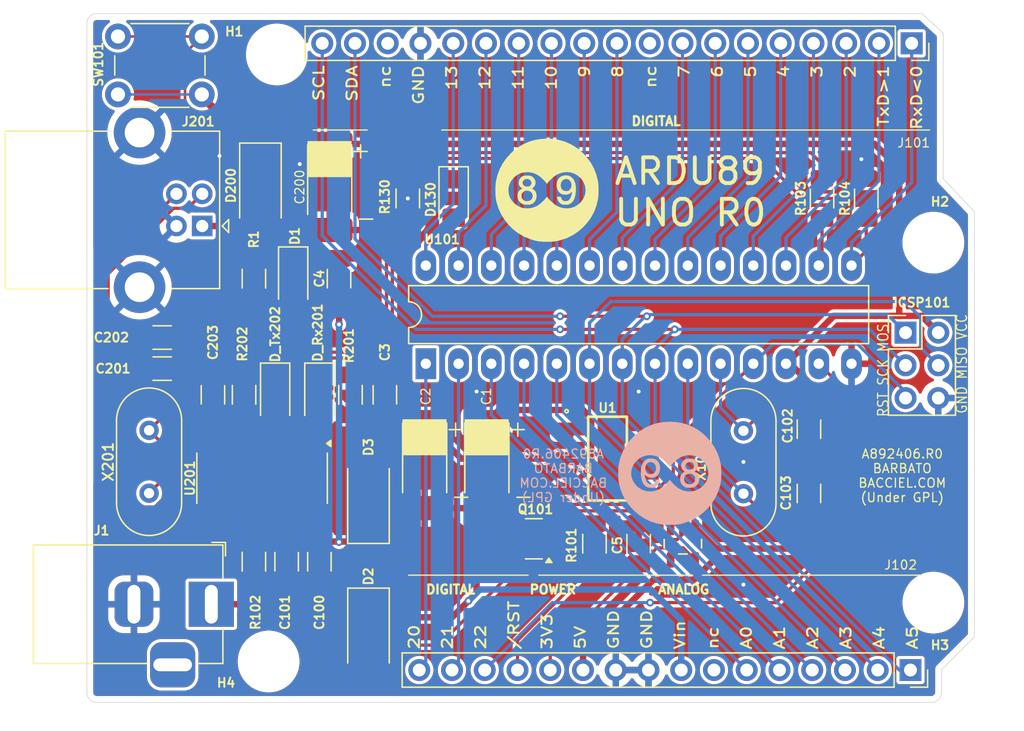
<source format=kicad_pcb>
(kicad_pcb (version 20240108) (generator "pcbnew") (generator_version "8.0")
  (title_block (title "Fifth Kind") (date "2024-05-21") (rev "0") (company "Lycée Champollion, Lattes") (comment 1 "FK2405"))
  (layers (0 "F.Cu" signal) (31 "B.Cu" signal) (34 "B.Paste" user) (35 "F.Paste" user) (36 "B.SilkS" user "B.Silkscreen") (37 "F.SilkS" user "F.Silkscreen") (38 "B.Mask" user) (39 "F.Mask" user) (44 "Edge.Cuts" user))
  (net 0 "")
  (net 1 "VCC")
  (net 2 "GND")
  (net 3 "/RESET")
  (net 4 "/DTR")
  (net 5 "Net-(U201-XI)")
  (net 6 "Net-(U201-V3)")
  (net 7 "Net-(U201-XO)")
  (net 8 "/D9")
  (net 9 "/D13")
  (net 10 "/D12")
  (net 11 "/D8")
  (net 12 "/D10")
  (net 13 "/D11")
  (net 14 "/D7")
  (net 15 "/D1")
  (net 16 "/D0")
  (net 17 "/D5")
  (net 18 "/D4")
  (net 19 "/D6")
  (net 20 "/D2")
  (net 21 "/D3")
  (net 22 "/A2")
  (net 23 "/A3")
  (net 24 "/A1")
  (net 25 "/A0")
  (net 26 "/D+")
  (net 27 "/D-")
  (net 28 "/Tx")
  (net 29 "/Rx")
  (net 36 "/D21")
  (net 37 "/D20")
  (net 38 "/D22")
  (net 39 "/3.3V")
  (net 40 "Net-(D3-A)")
  (net 41 "Net-(U101-(XT1{slash}TxD3{slash}ADC7)_P1.7)")
  (net 42 "Net-(U101-(XT2{slash}RxD3{slash}ADC6)_P1.6)")
  (net 43 "/A4_SDA")
  (net 44 "/A5_SCL")
  (net 45 "Net-(D1-A)")
  (net 46 "Net-(D200-A)")
  (net 48 "/Vin")
  (net 49 "Net-(D2-A)")
  (net 50 "Net-(D130-K)")
  (net 51 "/{slash}RST")
  (net 52 "Net-(Q101-B)")
  (net 55 "Net-(D_Rx201-K)")
  (net 56 "Net-(D_Tx201-K)")
  (footprint "Crystal:Crystal_HC49-4H_Vertical" (layer "F.Cu") (at 128.28 109.691 -90)
    (property "Reference" "X201")
    (property "Value" "12MHz")
  )
  (footprint "BACKCIEL:Ardu89_Uno_Analog_Power_Connector" (layer "F.Cu") (at 187.335 128.397 -90)
    (property "Reference" "J102")
    (property "Value" "Conn_01x16" (hide yes))
  )
  (footprint "Resistor_SMD:R_1206_3216Metric_Pad1.30x1.75mm_HandSolder" (layer "F.Cu") (at 162.824 118.491 -90)
    (property "Reference" "R101")
    (property "Value" "1k")
  )
  (footprint "Resistor_SMD:R_1206_3216Metric_Pad1.30x1.75mm_HandSolder" (layer "F.Cu") (at 183.906 91.694 90)
    (property "Reference" "R104")
    (property "Value" "1K")
  )
  (footprint "Package_TO_SOT_SMD:SOT-23" (layer "F.Cu") (at 158.125 118.11 180)
    (property "Reference" "Q101")
    (property "Value" "BC856")
  )
  (footprint "Button_Switch_THT:SW_PUSH_6mm" (layer "F.Cu") (at 125.867 79.121)
    (property "Reference" "SW101")
    (property "Value" "SW_Push")
  )
  (footprint "MountingHole:MountingHole_4.3mm_M4_DIN965" (layer "F.Cu") (at 189.113 95.123)
    (property "Reference" "H2")
    (property "Value" "MountingHole")
  )
  (footprint "Crystal:Crystal_HC49-4H_Vertical" (layer "F.Cu") (at 174.381 109.728 -90)
    (property "Reference" "X101")
    (property "Value" "11.0592MHz")
  )
  (footprint "Diode_SMD:D_MELF" (layer "F.Cu") (at 136.916 90.805 -90)
    (property "Reference" "D200")
    (property "Value" "SN4007")
  )
  (footprint "PRJ:SOT95P280X145-5N" (layer "F.Cu") (at 169.682 118.491 -90)
    (property "Reference" "U2")
    (property "Value" "LP2985-33DBVR")
  )
  (footprint "MountingHole:MountingHole_4.3mm_M4_DIN965" (layer "F.Cu") (at 189.113 123.063)
    (property "Reference" "H3")
    (property "Value" "MountingHole")
  )
  (footprint "Package_SO:SOIC-16_3.9x9.9mm_P1.27mm" (layer "F.Cu") (at 137.043 113.411 -90)
    (property "Reference" "U201")
    (property "Value" "CH340G")
  )
  (footprint "BACKCIEL:Ardu89_Uno_Digital_Connector" (layer "F.Cu") (at 187.325 79.629 -90)
    (property "Reference" "J101")
    (property "Value" "Conn_01x19")
  )
  (footprint "Capacitor_SMD:C_1206_3216Metric_Pad1.33x1.80mm_HandSolder" (layer "F.Cu") (at 138.948 119.888 90)
    (property "Reference" "C101")
    (property "Value" "0.1µ")
  )
  (footprint "Resistor_SMD:R_1206_3216Metric_Pad1.30x1.75mm_HandSolder" (layer "F.Cu") (at 136.408 97.917 -90)
    (property "Reference" "R1")
    (property "Value" "510")
  )
  (footprint "Resistor_SMD:R_1206_3216Metric_Pad1.30x1.75mm_HandSolder" (layer "F.Cu") (at 135.646 106.934 90)
    (property "Reference" "R202")
    (property "Value" "510")
  )
  (footprint "Diode_SMD:D_MELF" (layer "F.Cu") (at 145.298 115.062 90)
    (property "Reference" "D3")
    (property "Value" "SN4007")
  )
  (footprint "Package_DIP:DIP-28_W7.62mm_LongPads" (layer "F.Cu") (at 149.743 104.521 90)
    (property "Reference" "U101")
    (property "Value" "STC15C2K16/32-DIP28")
  )
  (footprint "Capacitor_SMD:C_1206_3216Metric_Pad1.33x1.80mm_HandSolder" (layer "F.Cu") (at 141.488 119.888 -90)
    (property "Reference" "C100")
    (property "Value" "0.1µ")
  )
  (footprint "Capacitor_SMD:C_1206_3216Metric_Pad1.33x1.80mm_HandSolder" (layer "F.Cu") (at 129.296 102.489 180)
    (property "Reference" "C202")
    (property "Value" "27p")
  )
  (footprint "BACKCIEL:C_2512_Pol_Tantale_Trainning" (layer "F.Cu") (at 154.315 112.396875 -90)
    (property "Reference" "C1")
    (property "Value" "10uF")
  )
  (footprint "Diode_SMD:D_1206_3216Metric_Pad1.42x1.75mm_HandSolder" (layer "F.Cu") (at 139.456 97.917 -90)
    (property "Reference" "D1")
    (property "Value" "LED")
  )
  (footprint "Connector_PinHeader_2.54mm:PinHeader_2x03_P2.54mm_Vertical" (layer "F.Cu") (at 186.954 102.108)
    (property "Reference" "ICSP101")
    (property "Value" "M20-9980346")
  )
  (footprint "Resistor_SMD:R_1206_3216Metric_Pad1.30x1.75mm_HandSolder" (layer "F.Cu") (at 136.408 119.888 90)
    (property "Reference" "R102")
    (property "Value" "10K")
  )
  (footprint "Diode_SMD:D_1206_3216Metric_Pad1.42x1.75mm_HandSolder" (layer "F.Cu") (at 151.902 91.694 -90)
    (property "Reference" "D130")
    (property "Value" "LED BUILTIN")
  )
  (footprint "Diode_SMD:D_1206_3216Metric_Pad1.42x1.75mm_HandSolder" (layer "F.Cu") (at 141.488 106.934 -90)
    (property "Reference" "D_Rx201")
    (property "Value" "Rx LED")
  )
  (footprint "Resistor_SMD:R_1206_3216Metric_Pad1.30x1.75mm_HandSolder" (layer "F.Cu") (at 180.477 91.694 90)
    (property "Reference" "R103")
    (property "Value" "1K")
  )
  (footprint "Diode_SMD:D_1206_3216Metric_Pad1.42x1.75mm_HandSolder" (layer "F.Cu") (at 138.059 106.934 -90)
    (property "Reference" "D_Tx202")
    (property "Value" "Tx LED")
  )
  (footprint "Diode_SMD:D_MELF" (layer "F.Cu") (at 145.298 125.349 -90)
    (property "Reference" "D2")
    (property "Value" "SN4007")
  )
  (footprint "Capacitor_SMD:C_1206_3216Metric_Pad1.33x1.80mm_HandSolder" (layer "F.Cu") (at 179.461 109.601 -90)
    (property "Reference" "C102")
    (property "Value" "22p")
  )
  (footprint "Capacitor_SMD:C_1206_3216Metric_Pad1.33x1.80mm_HandSolder" (layer "F.Cu") (at 133.233 106.934 90)
    (property "Reference" "C203")
    (property "Value" "0.1µ")
  )
  (footprint "PRJ:ardu89_logo_8mmx8mm" (layer "F.Cu") (at 159.141 91.059)
    (property "Reference" "G***" (hide yes))
    (property "Value" "LOGO" (hide yes))
  )
  (footprint "BACKCIEL:C_2512_Pol_Tantale_Trainning" (layer "F.Cu") (at 149.489 112.395 -90)
    (property "Reference" "C2")
    (property "Value" "47uF")
  )
  (footprint "Capacitor_SMD:C_1206_3216Metric_Pad1.33x1.80mm_HandSolder" (layer "F.Cu") (at 129.296 104.902 180)
    (property "Reference" "C201")
    (property "Value" "27p")
  )
  (footprint "Resistor_SMD:R_1206_3216Metric_Pad1.30x1.75mm_HandSolder" (layer "F.Cu") (at 148.346 91.694 -90)
    (property "Reference" "R130")
    (property "Value" "510")
  )
  (footprint "LD1117S50TR:SOT230P700X180-4N" (layer "F.Cu") (at 163.84 111.887)
    (property "Reference" "U1")
    (property "Value" "LD1117S50TR")
  )
  (footprint "Capacitor_SMD:C_1206_3216Metric_Pad1.33x1.80mm_HandSolder" (layer "F.Cu") (at 179.461 114.591 90)
    (property "Reference" "C103")
    (property "Value" "22p")
  )
  (footprint "BACKCIEL:C_2512_Pol_Tantale_Trainning" (layer "F.Cu") (at 142.123 90.805 -90)
    (property "Reference" "C200")
    (property "Value" "1µ")
  )
  (footprint "Resistor_SMD:R_1206_3216Metric_Pad1.30x1.75mm_HandSolder" (layer "F.Cu") (at 143.901 106.934 90)
    (property "Reference" "R201")
    (property "Value" "510")
  )
  (footprint "Capacitor_SMD:C_1206_3216Metric_Pad1.33x1.80mm_HandSolder" (layer "F.Cu") (at 166.253 118.491 90)
    (property "Reference" "C5")
    (property "Value" "100n")
  )
  (footprint "MountingHole:MountingHole_4.3mm_M4_DIN965" (layer "F.Cu") (at 138.186 80.518)
    (property "Reference" "H1")
    (property "Value" "Mounting Hole 4.3mm")
  )
  (footprint "Connector_USB:USB_B_Lumberg_2411_02_Horizontal" (layer "F.Cu") (at 132.4005 93.833 180)
    (property "Reference" "J201")
    (property "Value" "USB_TYPE_B")
  )
  (footprint "Capacitor_SMD:C_1206_3216Metric_Pad1.33x1.80mm_HandSolder" (layer "F.Cu") (at 146.568 106.934 90)
    (property "Reference" "C3")
    (property "Value" "0.1 uF")
  )
  (footprint "MountingHole:MountingHole_4.3mm_M4_DIN965" (layer "F.Cu") (at 137.551 127.635)
    (property "Reference" "H4")
    (property "Value" "MountingHole")
  )
  (footprint "Connector_BarrelJack:BarrelJack_Horizontal" (layer "F.Cu") (at 133.106 123.19)
    (property "Reference" "J1")
    (property "Value" "Jack-DC")
  )
  (footprint "Capacitor_SMD:C_1206_3216Metric_Pad1.33x1.80mm_HandSolder" (layer "F.Cu") (at 143.012 97.917 90)
    (property "Reference" "C4")
    (property "Value" "100n")
  )
  (footprint "PRJ:ardu89_logo_8mmx8mm" (layer "B.Cu") (at 168.666 113.03 180)
    (property "Reference" "G***" (hide yes))
    (property "Value" "LOGO" (hide yes))
  )
  (gr_line (start 189.748 128.27) (end 189.748 130.048) (stroke (width 0.05)) (layer "Edge.Cuts"))
  (gr_arc (start 189.748 130.048) (mid 189.511464 130.58823) (end 188.96512 130.810278) (stroke (width 0.05)) (layer "Edge.Cuts"))
  (gr_line (start 123.454 130.048) (end 123.454 78.105) (stroke (width 0.05)) (layer "Edge.Cuts"))
  (gr_arc (start 124.216 130.81) (mid 123.677185 130.586815) (end 123.454 130.048) (stroke (width 0.05)) (layer "Edge.Cuts"))
  (gr_line (start 188.224 77.343) (end 189.875 78.867) (stroke (width 0.05)) (layer "Edge.Cuts"))
  (gr_line (start 189.875 90.17) (end 192.288 92.71) (stroke (width 0.05)) (layer "Edge.Cuts"))
  (gr_line (start 192.288 125.73) (end 189.748 128.27) (stroke (width 0.05)) (layer "Edge.Cuts"))
  (gr_line (start 124.216 77.343) (end 188.224 77.343) (stroke (width 0.05)) (layer "Edge.Cuts"))
  (gr_line (start 189.875 78.867) (end 189.875 90.17) (stroke (width 0.05)) (layer "Edge.Cuts"))
  (gr_line (start 188.96512 130.810278) (end 124.216 130.81) (stroke (width 0.05)) (layer "Edge.Cuts"))
  (gr_line (start 192.288 92.71) (end 192.288 125.73) (stroke (width 0.05)) (layer "Edge.Cuts"))
  (gr_arc (start 123.454 78.104999) (mid 123.677185 77.566184) (end 124.216 77.342999) (stroke (width 0.05)) (layer "Edge.Cuts"))
  (gr_text "A892406.R0\nBARBATO\nBACCIEL.COM\n(Under GPL)" (at 160.411 115.316 0) (layer "B.SilkS") (effects (font (size 0.7 0.7) (thickness 0.1)) (justify bottom mirror)))
  (gr_text "A892406.R0\nBARBATO\nBACCIEL.COM\n(Under GPL)" (at 186.7 115.316 0) (layer "F.SilkS") (effects (font (size 0.7 0.7) (thickness 0.1)) (justify bottom)))
  (gr_text "ARDU89\nUNO R0" (at 164.221 93.98 0) (layer "F.SilkS") (effects (font (size 2 2) (thickness 0.3) (bold yes)) (justify left bottom)))
  (segment (start 139.166 92.837) (end 139.166 93.411878) (width 0.5) (layer "F.Cu") (net 1))
  (segment (start 141.7745 98.242) (end 143.012 99.4795) (width 0.5) (layer "F.Cu") (net 1))
  (segment (start 136.916 88.405) (end 137.85725 87.46375) (width 0.5) (layer "F.Cu") (net 1))
  (segment (start 168.732 116.766) (end 168.732 117.0925) (width 0.5) (layer "F.Cu") (net 1))
  (segment (start 136.916 88.405) (end 132.367 83.856) (width 0.5) (layer "F.Cu") (net 1))
  (segment (start 138.283 98.242) (end 141.7745 98.242) (width 0.5) (layer "F.Cu") (net 1))
  (segment (start 142.289 87.46375) (end 184.541 87.46375) (width 0.5) (layer "F.Cu") (net 1))
  (segment (start 168.732 116.007) (end 168.666 115.941) (width 0.25) (layer "F.Cu") (net 1))
  (segment (start 137.85725 87.46375) (end 142.289 87.46375) (width 0.5) (layer "F.Cu") (net 1))
  (segment (start 188.194 100.808) (end 186.446 100.808) (width 0.5) (layer "F.Cu") (net 1))
  (segment (start 139.026 90.515) (end 139.166 90.515) (width 0.5) (layer "F.Cu") (net 1))
  (segment (start 141.488 115.886) (end 141.488 118.3255) (width 0.5) (layer "F.Cu") (net 1))
  (segment (start 139.166 93.609) (end 139.166 93.411878) (width 0.5) (layer "F.Cu") (net 1))
  (segment (start 136.916 88.265) (end 139.166 90.515) (width 0.5) (layer "F.Cu") (net 1))
  (segment (start 139.166 90.655) (end 136.916 88.405) (width 0.5) (layer "F.Cu") (net 1))
  (segment (start 178.002878 104.521) (end 181.239 107.757122) (width 0.5) (layer "F.Cu") (net 1))
  (segment (start 181.239 107.757122) (end 181.239 116.84) (width 0.5) (layer "F.Cu") (net 1))
  (segment (start 181.396 100.808) (end 177.683 104.521) (width 0.5) (layer "F.Cu") (net 1))
  (segment (start 189.494 102.108) (end 188.194 100.808) (width 0.5) (layer "F.Cu") (net 1))
  (segment (start 170.54708 121.285) (end 172.268 119.56408) (width 0.5) (layer "F.Cu") (net 1))
  (segment (start 170.632 116.631001) (end 170.632 117.236) (width 0.25) (layer "F.Cu") (net 1))
  (segment (start 169.941999 115.941) (end 170.632 116.631001) (width 0.25) (layer "F.Cu") (net 1))
  (segment (start 139.166 90.655) (end 139.166 92.837) (width 0.5) (layer "F.Cu") (net 1))
  (segment (start 177.683 104.521) (end 178.002878 104.521) (width 0.5) (layer "F.Cu") (net 1))
  (segment (start 132.367 83.716) (end 132.367 83.621) (width 0.5) (layer "F.Cu") (net 1))
  (segment (start 172.268 119.56408) (end 172.268 118.872) (width 0.5) (layer "F.Cu") (net 1))
  (segment (start 159.0625 117.16) (end 160.2815 115.941) (width 0.25) (layer "F.Cu") (net 1))
  (segment (start 136.916 88.405) (end 138.8145 90.3035) (width 0.5) (layer "F.Cu") (net 1))
  (segment (start 136.408 96.367) (end 138.283 98.242) (width 0.5) (layer "F.Cu") (net 1))
  (segment (start 181.239 116.84) (end 179.207 118.872) (width 0.5) (layer "F.Cu") (net 1))
  (segment (start 139.166 90.515) (end 139.166 92.837) (width 0.5) (layer "F.Cu") (net 1))
  (segment (start 139.166 93.411878) (end 139.166 90.655) (width 0.5) (layer "F.Cu") (net 1))
  (segment (start 136.916 88.265) (end 132.367 83.716) (width 0.5) (layer "F.Cu") (net 1))
  (segment (start 172.268 118.872) (end 170.632 117.236) (width 0.5) (layer "F.Cu") (net 1))
  (segment (start 179.207 118.872) (end 172.268 118.872) (width 0.5) (layer "F.Cu") (net 1))
  (segment (start 138.8145 90.3035) (end 139.166 90.655) (width 0.5) (layer "F.Cu") (net 1))
  (segment (start 186.463 100.791) (end 186.446 100.808) (width 0.5) (layer "F.Cu") (net 1))
  (segment (start 136.408 96.367) (end 139.166 93.609) (width 0.5) (layer "F.Cu") (net 1))
  (segment (start 168.666 115.941) (end 169.941999 115.941) (width 0.25) (layer "F.Cu") (net 1))
  (segment (start 143.012 99.4795) (end 143.012 101.473) (width 0.5) (layer "F.Cu") (net 1))
  (segment (start 186.446 100.808) (end 181.396 100.808) (width 0.5) (layer "F.Cu") (net 1))
  (segment (start 161.935 126.746) (end 167.396 121.285) (width 0.5) (layer "F.Cu") (net 1))
  (segment (start 141.488 118.3255) (end 144.4345 118.3255) (width 0.5) (layer "F.Cu") (net 1))
  (segment (start 186.463 89.38575) (end 186.463 100.791) (width 0.5) (layer "F.Cu") (net 1))
  (segment (start 167.396 121.285) (end 170.54708 121.285) (width 0.5) (layer "F.Cu") (net 1))
  (segment (start 132.367 83.856) (end 132.367 83.621) (width 0.5) (layer "F.Cu") (net 1))
  (segment (start 138.8145 90.3035) (end 139.026 90.515) (width 0.5) (layer "F.Cu") (net 1))
  (segment (start 168.732 117.236) (end 168.732 116.007) (width 0.25) (layer "F.Cu") (net 1))
  (segment (start 161.935 128.397) (end 161.935 126.746) (width 0.5) (layer "F.Cu") (net 1))
  (segment (start 184.541 87.46375) (end 186.463 89.38575) (width 0.5) (layer "F.Cu") (net 1))
  (segment (start 144.4345 118.3255) (end 145.298 117.462) (width 0.5) (layer "F.Cu") (net 1))
  (segment (start 160.2815 115.941) (end 168.666 115.941) (width 0.25) (layer "F.Cu") (net 1))
  (via (at 143.012 118.364) (size 0.6) (drill 0.3) (layers "F.Cu" "B.Cu") (net 1))
  (via (at 143.012 101.473) (size 0.6) (drill 0.3) (layers "F.Cu" "B.Cu") (net 1))
  (segment (start 143.012 101.473) (end 143.012 118.364) (width 0.5) (layer "B.Cu") (net 1))
  (segment (start 125.867 83.621) (end 132.367 83.621) (width 0.2) (layer "B.Cu") (net 1))
  (segment (start 167.4905 118.166) (end 169.245 118.166) (width 0.25) (layer "F.Cu") (net 2))
  (segment (start 169.245 118.166) (end 169.682 117.729) (width 0.25) (layer "F.Cu") (net 2))
  (segment (start 169.682 117.729) (end 169.682 117.236) (width 0.25) (layer "F.Cu") (net 2))
  (segment (start 166.253 116.9285) (end 167.4905 118.166) (width 0.25) (layer "F.Cu") (net 2))
  (via (at 148.346 91.694) (size 0.6) (drill 0.3) (layers "F.Cu" "B.Cu") (net 2))
  (via (at 174.381 121.666) (size 0.6) (drill 0.3) (layers "F.Cu" "B.Cu") (net 2))
  (via (at 166.253 106.68) (size 0.6) (drill 0.3) (layers "F.Cu" "B.Cu") (net 2))
  (via (at 174.381 112.141) (size 0.6) (drill 0.3) (layers "F.Cu" "B.Cu") (net 2))
  (via (at 139.964 89.027) (size 0.6) (drill 0.3) (layers "F.Cu" "B.Cu") (net 2))
  (via (at 183.525 88.646) (size 0.6) (drill 0.3) (layers "F.Cu" "B.Cu") (net 2))
  (via (at 153.68 106.68) (size 0.6) (drill 0.3) (layers "F.Cu" "B.Cu") (net 2))
  (via (at 133.741 88.392) (size 0.6) (drill 0.3) (layers "F.Cu" "B.Cu") (net 2))
  (segment (start 157.1875 118.11) (end 157.1875 117.621592) (width 0.25) (layer "F.Cu") (net 3))
  (segment (start 166.534 115.443) (end 168.9335 113.0435) (width 0.25) (layer "F.Cu") (net 3))
  (segment (start 124.23 95.947865) (end 124.23 113.392437) (width 0.2) (layer "F.Cu") (net 3))
  (segment (start 124.23 113.392437) (end 127.343781 116.506219) (width 0.2) (layer "F.Cu") (net 3))
  (segment (start 129.175562 118.338) (end 136.408 118.338) (width 0.2) (layer "F.Cu") (net 3))
  (segment (start 157.1875 119.9365) (end 150.759 126.365) (width 0.25) (layer "F.Cu") (net 3))
  (segment (start 138.948 121.4505) (end 138.948 121.793) (width 0.2) (layer "F.Cu") (net 3))
  (segment (start 131.067 89.110865) (end 124.23 95.947865) (width 0.2) (layer "F.Cu") (net 3))
  (segment (start 143.647 126.365) (end 144.028 126.365) (width 0.2) (layer "F.Cu") (net 3))
  (segment (start 168.9335 113.0435) (end 168.9335 110.7305) (width 0.25) (layer "F.Cu") (net 3))
  (segment (start 132.367 79.121) (end 131.067 80.421) (width 0.2) (layer "F.Cu") (net 3))
  (segment (start 125.867 79.121) (end 132.367 79.121) (width 0.2) (layer "F.Cu") (net 3))
  (segment (start 136.408 118.338) (end 136.408 118.9105) (width 0.2) (layer "F.Cu") (net 3))
  (segment (start 159.366092 115.443) (end 166.534 115.443) (width 0.25) (layer "F.Cu") (net 3))
  (segment (start 150.759 126.365) (end 144.028 126.365) (width 0.25) (layer "F.Cu") (net 3))
  (segment (start 131.067 80.421) (end 131.067 89.110865) (width 0.2) (layer "F.Cu") (net 3))
  (segment (start 157.1875 118.11) (end 157.1875 119.9365) (width 0.25) (layer "F.Cu") (net 3))
  (segment (start 168.9335 110.7305) (end 175.143 104.521) (width 0.25) (layer "F.Cu") (net 3))
  (segment (start 127.343781 116.506219) (end 129.175562 118.338) (width 0.2) (layer "F.Cu") (net 3))
  (segment (start 136.408 118.9105) (end 138.948 121.4505) (width 0.2) (layer "F.Cu") (net 3))
  (segment (start 157.1875 117.621592) (end 159.366092 115.443) (width 0.25) (layer "F.Cu") (net 3))
  (segment (start 138.948 121.4505) (end 138.948 121.666) (width 0.2) (layer "F.Cu") (net 3))
  (segment (start 138.948 121.666) (end 143.647 126.365) (width 0.2) (layer "F.Cu") (net 3))
  (segment (start 176.668 102.996) (end 183.22899 102.996) (width 0.25) (layer "B.Cu") (net 3))
  (segment (start 175.143 104.521) (end 176.668 102.996) (width 0.25) (layer "B.Cu") (net 3))
  (segment (start 183.22899 102.996) (end 186.954 106.72101) (width 0.25) (layer "B.Cu") (net 3))
  (segment (start 137.678 115.886) (end 137.678 117.0555) (width 0.25) (layer "F.Cu") (net 4))
  (segment (start 137.678 117.0555) (end 138.948 118.3255) (width 0.25) (layer "F.Cu") (net 4))
  (segment (start 133.390999 109.484) (end 133.868 109.961001) (width 0.25) (layer "F.Cu") (net 5))
  (segment (start 133.868 109.961001) (end 133.868 110.936) (width 0.25) (layer "F.Cu") (net 5))
  (segment (start 130.8585 108.1155) (end 130.8585 104.902) (width 0.25) (layer "F.Cu") (net 5))
  (segment (start 132.3379 109.484) (end 133.390999 109.484) (width 0.25) (layer "F.Cu") (net 5))
  (segment (start 133.3085 112.4705) (end 130.3805 112.4705) (width 0.25) (layer "F.Cu") (net 5))
  (segment (start 130.3805 112.4705) (end 128.28 114.571) (width 0.25) (layer "F.Cu") (net 5))
  (segment (start 133.868 111.910999) (end 133.3085 112.4705) (width 0.25) (layer "F.Cu") (net 5))
  (segment (start 130.9694 108.1155) (end 132.3379 109.484) (width 0.25) (layer "F.Cu") (net 5))
  (segment (start 130.8585 108.1155) (end 130.9694 108.1155) (width 0.25) (layer "F.Cu") (net 5))
  (segment (start 133.868 110.936) (end 133.868 111.910999) (width 0.25) (layer "F.Cu") (net 5))
  (segment (start 134.3725 109.636) (end 133.233 108.4965) (width 0.25) (layer "F.Cu") (net 6))
  (segment (start 137.678 110.936) (end 137.678 109.961001) (width 0.25) (layer "F.Cu") (net 6))
  (segment (start 137.352999 109.636) (end 134.3725 109.636) (width 0.25) (layer "F.Cu") (net 6))
  (segment (start 137.678 109.961001) (end 137.352999 109.636) (width 0.25) (layer "F.Cu") (net 6))
  (segment (start 128.28 109.691) (end 129.525 110.936) (width 0.25) (layer "F.Cu") (net 7))
  (segment (start 129.871 108.1) (end 128.28 109.691) (width 0.25) (layer "F.Cu") (net 7))
  (segment (start 130.8585 102.489) (end 129.871 103.4765) (width 0.25) (layer "F.Cu") (net 7))
  (segment (start 129.871 103.4765) (end 129.871 108.1) (width 0.25) (layer "F.Cu") (net 7))
  (segment (start 129.525 110.936) (end 132.598 110.936) (width 0.25) (layer "F.Cu") (net 7))
  (segment (start 159.903 94.869) (end 162.03 92.742) (width 0.25) (layer "B.Cu") (net 8))
  (segment (start 162.03 92.742) (end 162.03 79.651) (width 0.25) (layer "B.Cu") (net 8))
  (segment (start 159.903 96.901) (end 159.903 94.869) (width 0.25) (layer "B.Cu") (net 8))
  (segment (start 149.559 96.717) (end 149.743 96.901) (width 0.25) (layer "F.Cu") (net 9))
  (segment (start 149.743 96.901) (end 149.743 95.3405) (width 0.25) (layer "F.Cu") (net 9))
  (segment (start 149.743 95.3405) (end 151.902 93.1815) (width 0.25) (layer "F.Cu") (net 9))
  (segment (start 151.87 79.651) (end 151.87 92.107) (width 0.25) (layer "B.Cu") (net 9))
  (segment (start 149.743 94.234) (end 149.743 96.901) (width 0.25) (layer "B.Cu") (net 9))
  (segment (start 151.87 92.107) (end 149.743 94.234) (width 0.25) (layer "B.Cu") (net 9))
  (segment (start 152.283 94.361) (end 152.283 96.901) (width 0.25) (layer "B.Cu") (net 10))
  (segment (start 154.41 79.651) (end 154.41 92.234) (width 0.25) (layer "B.Cu") (net 10))
  (segment (start 154.41 92.234) (end 152.283 94.361) (width 0.25) (layer "B.Cu") (net 10))
  (segment (start 162.443 96.901) (end 162.443 94.869) (width 0.25) (layer "B.Cu") (net 11))
  (segment (start 162.443 94.869) (end 164.57 92.742) (width 0.25) (layer "B.Cu") (net 11))
  (segment (start 164.57 92.742) (end 164.57 79.651) (width 0.25) (layer "B.Cu") (net 11))
  (segment (start 157.363 94.615) (end 159.49 92.488) (width 0.25) (layer "B.Cu") (net 12))
  (segment (start 159.49 92.488) (end 159.49 79.651) (width 0.25) (layer "B.Cu") (net 12))
  (segment (start 157.363 96.901) (end 157.363 94.615) (width 0.25) (layer "B.Cu") (net 12))
  (segment (start 156.95 79.651) (end 156.95 92.361) (width 0.25) (layer "B.Cu") (net 13))
  (segment (start 154.823 94.488) (end 154.823 96.901) (width 0.25) (layer "B.Cu") (net 13))
  (segment (start 156.95 92.361) (end 154.823 94.488) (width 0.25) (layer "B.Cu") (net 13))
  (segment (start 164.983 96.901) (end 164.983 94.742) (width 0.25) (layer "B.Cu") (net 14))
  (segment (start 169.65 90.075) (end 169.65 79.651) (width 0.25) (layer "B.Cu") (net 14))
  (segment (start 164.983 94.742) (end 169.65 90.075) (width 0.25) (layer "B.Cu") (net 14))
  (segment (start 180.477 93.244) (end 180.477 96.647) (width 0.25) (layer "F.Cu") (net 15))
  (segment (start 180.477 96.647) (end 180.223 96.901) (width 0.25) (layer "F.Cu") (net 15))
  (segment (start 184.89 90.329) (end 180.223 94.996) (width 0.25) (layer "B.Cu") (net 15))
  (segment (start 184.89 79.651) (end 184.89 90.329) (width 0.25) (layer "B.Cu") (net 15))
  (segment (start 180.223 94.996) (end 180.223 96.901) (width 0.25) (layer "B.Cu") (net 15))
  (segment (start 183.906 93.244) (end 183.906 95.758) (width 0.25) (layer "F.Cu") (net 16))
  (segment (start 183.906 95.758) (end 182.763 96.901) (width 0.25) (layer "F.Cu") (net 16))
  (segment (start 182.763 96.901) (end 182.763 95.123) (width 0.25) (layer "B.Cu") (net 16))
  (segment (start 187.43 90.456) (end 187.43 79.651) (width 0.25) (layer "B.Cu") (net 16))
  (segment (start 182.763 95.123) (end 187.43 90.456) (width 0.25) (layer "B.Cu") (net 16))
  (segment (start 174.73 90.075) (end 174.73 79.651) (width 0.25) (layer "B.Cu") (net 17))
  (segment (start 170.063 96.901) (end 170.063 94.742) (width 0.25) (layer "B.Cu") (net 17))
  (segment (start 170.063 94.742) (end 174.73 90.075) (width 0.25) (layer "B.Cu") (net 17))
  (segment (start 177.27 89.948) (end 172.603 94.615) (width 0.25) (layer "B.Cu") (net 18))
  (segment (start 177.27 79.651) (end 177.27 89.948) (width 0.25) (layer "B.Cu") (net 18))
  (segment (start 172.603 94.615) (end 172.603 96.901) (width 0.25) (layer "B.Cu") (net 18))
  (segment (start 172.19 90.202) (end 167.523 94.869) (width 0.25) (layer "B.Cu") (net 19))
  (segment (start 172.19 79.651) (end 172.19 90.202) (width 0.25) (layer "B.Cu") (net 19))
  (segment (start 167.523 94.869) (end 167.523 96.901) (width 0.25) (layer "B.Cu") (net 19))
  (segment (start 177.683 96.901) (end 177.683 94.742) (width 0.25) (layer "B.Cu") (net 20))
  (segment (start 177.683 94.742) (end 182.35 90.075) (width 0.25) (layer "B.Cu") (net 20))
  (segment (start 182.35 90.075) (end 182.35 79.651) (width 0.25) (layer "B.Cu") (net 20))
  (segment (start 175.143 94.615) (end 175.143 96.901) (width 0.25) (layer "B.Cu") (net 21))
  (segment (start 179.81 79.651) (end 179.81 89.948) (width 0.25) (layer "B.Cu") (net 21))
  (segment (start 179.81 89.948) (end 175.143 94.615) (width 0.25) (layer "B.Cu") (net 21))
  (segment (start 159.903 108.486) (end 179.715 128.298) (width 0.25) (layer "B.Cu") (net 22))
  (segment (start 159.903 104.521) (end 159.903 108.486) (width 0.25) (layer "B.Cu") (net 22))
  (segment (start 164.094 99.695) (end 186.891 99.695) (width 0.25) (layer "B.Cu") (net 23))
  (segment (start 188.129 100.933) (end 188.129 103.283) (width 0.25) (layer "B.Cu") (net 23))
  (segment (start 162.443 104.521) (end 162.443 108.486) (width 0.25) (layer "B.Cu") (net 23))
  (segment (start 162.443 108.486) (end 182.255 128.298) (width 0.25) (layer "B.Cu") (net 23))
  (segment (start 162.443 104.521) (end 162.443 101.346) (width 0.25) (layer "B.Cu") (net 23))
  (segment (start 162.443 101.346) (end 164.094 99.695) (width 0.25) (layer "B.Cu") (net 23))
  (segment (start 188.129 103.283) (end 189.494 104.648) (width 0.25) (layer "B.Cu") (net 23))
  (segment (start 186.891 99.695) (end 188.129 100.933) (width 0.25) (layer "B.Cu") (net 23))
  (segment (start 157.363 104.521) (end 157.363 108.486) (width 0.25) (layer "B.Cu") (net 24))
  (segment (start 157.363 108.486) (end 177.175 128.298) (width 0.25) (layer "B.Cu") (net 24))
  (segment (start 154.823 108.486) (end 174.635 128.298) (width 0.25) (layer "B.Cu") (net 25))
  (segment (start 154.823 104.521) (end 154.823 108.486) (width 0.25) (layer "B.Cu") (net 25))
  (segment (start 127.534604 116.096) (end 129.2375 116.096) (width 0.25) (layer "F.Cu") (net 26))
  (segment (start 134.948499 113.3705) (end 136.408 111.910999) (width 0.25) (layer "F.Cu") (net 26))
  (segment (start 131.963 113.3705) (end 134.948499 113.3705) (width 0.25) (layer "F.Cu") (net 26))
  (segment (start 130.4005 91.333) (end 124.655 97.0785) (width 0.25) (layer "F.Cu") (net 26))
  (segment (start 136.408 111.910999) (end 136.408 110.936) (width 0.25) (layer "F.Cu") (net 26))
  (segment (start 124.655 97.0785) (end 124.655 113.216396) (width 0.25) (layer "F.Cu") (net 26))
  (segment (start 129.2375 116.096) (end 131.963 113.3705) (width 0.25) (layer "F.Cu") (net 26))
  (segment (start 124.655 113.216396) (end 127.534604 116.096) (width 0.25) (layer "F.Cu") (net 26))
  (segment (start 134.128499 112.9205) (end 131.45078 112.9205) (width 0.25) (layer "F.Cu") (net 27))
  (segment (start 131.45078 112.9205) (end 128.72528 115.646) (width 0.25) (layer "F.Cu") (net 27))
  (segment (start 131.2755 92.458) (end 132.4005 91.333) (width 0.25) (layer "F.Cu") (net 27))
  (segment (start 135.138 111.910999) (end 134.128499 112.9205) (width 0.25) (layer "F.Cu") (net 27))
  (segment (start 130.184509 92.458) (end 131.2755 92.458) (width 0.25) (layer "F.Cu") (net 27))
  (segment (start 135.138 110.936) (end 135.138 111.910999) (width 0.25) (layer "F.Cu") (net 27))
  (segment (start 128.72528 115.646) (end 127.721 115.646) (width 0.25) (layer "F.Cu") (net 27))
  (segment (start 125.105 113.03) (end 125.105 97.537509) (width 0.25) (layer "F.Cu") (net 27))
  (segment (start 127.721 115.646) (end 125.105 113.03) (width 0.25) (layer "F.Cu") (net 27))
  (segment (start 125.105 97.537509) (end 130.184509 92.458) (width 0.25) (layer "F.Cu") (net 27))
  (segment (start 140.476104 103.6265) (end 139.514 104.588604) (width 0.25) (layer "F.Cu") (net 28))
  (segment (start 138.948 109.3105) (end 138.059 108.4215) (width 0.25) (layer "F.Cu") (net 28))
  (segment (start 139.514 104.588604) (end 139.514 106.9665) (width 0.25) (layer "F.Cu") (net 28))
  (segment (start 179.588 88.138) (end 147.397604 88.138) (width 0.25) (layer "F.Cu") (net 28))
  (segment (start 146.695 102.108) (end 145.1765 103.6265) (width 0.25) (layer "F.Cu") (net 28))
  (segment (start 180.477 90.144) (end 180.477 89.027) (width 0.25) (layer "F.Cu") (net 28))
  (segment (start 138.948 110.936) (end 138.948 109.3105) (width 0.25) (layer "F.Cu") (net 28))
  (segment (start 146.695 88.840604) (end 146.695 102.108) (width 0.25) (layer "F.Cu") (net 28))
  (segment (start 147.397604 88.138) (end 146.695 88.840604) (width 0.25) (layer "F.Cu") (net 28))
  (segment (start 139.514 106.9665) (end 138.059 108.4215) (width 0.25) (layer "F.Cu") (net 28))
  (segment (start 145.1765 103.6265) (end 140.476104 103.6265) (width 0.25) (layer "F.Cu") (net 28))
  (segment (start 180.477 89.027) (end 179.588 88.138) (width 0.25) (layer "F.Cu") (net 28))
  (segment (start 139.964 104.775) (end 139.964 106.8975) (width 0.25) (layer "F.Cu") (net 29))
  (segment (start 147.146 89.026) (end 147.146 102.293396) (width 0.25) (layer "F.Cu") (net 29))
  (segment (start 175.847 88.588) (end 147.584 88.588) (width 0.25) (layer "F.Cu") (net 29))
  (segment (start 178.953 91.694) (end 175.847 88.588) (width 0.25) (layer "F.Cu") (net 29))
  (segment (start 140.218 110.936) (end 140.218 109.6915) (width 0.25) (layer "F.Cu") (net 29))
  (segment (start 145.362896 104.0765) (end 140.6625 104.0765) (width 0.25) (layer "F.Cu") (net 29))
  (segment (start 140.6625 104.0765) (end 139.964 104.775) (width 0.25) (layer "F.Cu") (net 29))
  (segment (start 140.218 109.6915) (end 141.488 108.4215) (width 0.25) (layer "F.Cu") (net 29))
  (segment (start 139.964 106.8975) (end 141.488 108.4215) (width 0.25) (layer "F.Cu") (net 29))
  (segment (start 147.584 88.588) (end 147.146 89.026) (width 0.25) (layer "F.Cu") (net 29))
  (segment (start 182.356 91.694) (end 178.953 91.694) (width 0.25) (layer "F.Cu") (net 29))
  (segment (start 147.146 102.293396) (end 145.362896 104.0765) (width 0.25) (layer "F.Cu") (net 29))
  (segment (start 183.906 90.144) (end 182.356 91.694) (width 0.25) (layer "F.Cu") (net 29))
  (segment (start 152.283 127.889) (end 151.775 128.397) (width 0.25) (layer "B.Cu") (net 36))
  (segment (start 152.283 104.521) (end 152.283 127.889) (width 0.25) (layer "B.Cu") (net 36))
  (segment (start 149.743 104.521) (end 149.743 127.889) (width 0.25) (layer "B.Cu") (net 37))
  (segment (start 149.743 127.889) (end 149.235 128.397) (width 0.25) (layer "B.Cu") (net 37))
  (segment (start 181.874 118.11) (end 176.921 123.063) (width 0.25) (layer "F.Cu") (net 38))
  (segment (start 180.223 104.521) (end 181.874 106.172) (width 0.25) (layer "F.Cu") (net 38))
  (segment (start 181.874 106.172) (end 181.874 118.11) (width 0.25) (layer "F.Cu") (net 38))
  (segment (start 176.921 123.063) (end 167.142 123.063) (width 0.25) (layer "F.Cu") (net 38))
  (via (at 167.142 123.063) (size 0.6) (drill 0.3) (layers "F.Cu" "B.Cu") (net 38))
  (segment (start 154.315 128.298) (end 159.55 123.063) (width 0.25) (layer "B.Cu") (net 38))
  (segment (start 159.55 123.063) (end 167.142 123.063) (width 0.25) (layer "B.Cu") (net 38))
  (segment (start 167.674919 118.816) (end 169.702 118.816) (width 0.25) (layer "F.Cu") (net 39))
  (segment (start 169.702 118.816) (end 170.632 119.746) (width 0.25) (layer "F.Cu") (net 39))
  (segment (start 159.395 127.095919) (end 167.674919 118.816) (width 0.25) (layer "F.Cu") (net 39))
  (segment (start 159.395 128.298) (end 159.395 127.095919) (width 0.25) (layer "F.Cu") (net 39))
  (segment (start 146.568 108.4965) (end 149.09775 108.4965) (width 0.5) (layer "F.Cu") (net 40))
  (segment (start 145.298 112.662) (end 145.298 109.7665) (width 0.5) (layer "F.Cu") (net 40))
  (segment (start 149.655 109.05375) (end 152.48825 111.887) (width 0.5) (layer "F.Cu") (net 40))
  (segment (start 145.298 109.7665) (end 146.568 108.4965) (width 0.5) (layer "F.Cu") (net 40))
  (segment (start 149.09775 108.4965) (end 149.655 109.05375) (width 0.5) (layer "F.Cu") (net 40))
  (segment (start 152.48825 111.887) (end 160.94 111.887) (width 0.5) (layer "F.Cu") (net 40))
  (segment (start 174.381 109.728) (end 176.0705 108.0385) (width 0.25) (layer "F.Cu") (net 41))
  (segment (start 176.0705 108.0385) (end 179.461 108.0385) (width 0.25) (layer "F.Cu") (net 41))
  (segment (start 172.603 104.521) (end 172.603 107.95) (width 0.25) (layer "B.Cu") (net 41))
  (segment (start 172.603 107.95) (end 174.381 109.728) (width 0.25) (layer "B.Cu") (net 41))
  (segment (start 174.381 114.608) (end 175.9265 116.1535) (width 0.25) (layer "F.Cu") (net 42))
  (segment (start 170.063 104.521) (end 170.653 105.111) (width 0.25) (layer "F.Cu") (net 42))
  (segment (start 175.9265 116.1535) (end 179.461 116.1535) (width 0.25) (layer "F.Cu") (net 42))
  (segment (start 170.063 104.521) (end 170.063 110.29) (width 0.25) (layer "B.Cu") (net 42))
  (segment (start 170.063 110.29) (end 174.381 114.608) (width 0.25) (layer "B.Cu") (net 42))
  (segment (start 160.157 100.838) (end 166.888 100.838) (width 0.25) (layer "F.Cu") (net 43))
  (segment (start 164.983 104.521) (end 164.983 103.505) (width 0.25) (layer "F.Cu") (net 43))
  (via (at 160.157 100.838) (size 0.6) (drill 0.3) (layers "F.Cu" "B.Cu") (net 43))
  (via (at 166.888 100.838) (size 0.6) (drill 0.3) (layers "F.Cu" "B.Cu") (net 43))
  (segment (start 144.25 94.837) (end 150.251 100.838) (width 0.25) (layer "B.Cu") (net 43))
  (segment (start 164.983 104.521) (end 164.983 102.616) (width 0.25) (layer "B.Cu") (net 43))
  (segment (start 166.888 100.838) (end 166.888 100.711) (width 0.25) (layer "B.Cu") (net 43))
  (segment (start 166.888 100.711) (end 166.888 100.711) (width 0.25) (layer "B.Cu") (net 43))
  (segment (start 166.761 100.838) (end 166.888 100.838) (width 0.25) (layer "B.Cu") (net 43))
  (segment (start 164.983 108.486) (end 184.795 128.298) (width 0.25) (layer "B.Cu") (net 43))
  (segment (start 150.251 100.838) (end 160.157 100.838) (width 0.25) (layer "B.Cu") (net 43))
  (segment (start 164.983 102.616) (end 166.761 100.838) (width 0.25) (layer "B.Cu") (net 43))
  (segment (start 166.888 100.711) (end 185.557 100.711) (width 0.25) (layer "B.Cu") (net 43))
  (segment (start 144.25 79.651) (end 144.25 94.837) (width 0.25) (layer "B.Cu") (net 43))
  (segment (start 185.557 100.711) (end 186.954 102.108) (width 0.25) (layer "B.Cu") (net 43))
  (segment (start 164.983 104.521) (end 164.983 108.486) (width 0.25) (layer "B.Cu") (net 43))
  (segment (start 169.047 101.854) (end 160.157 101.854) (width 0.25) (layer "F.Cu") (net 44))
  (via (at 169.047 101.854) (size 0.6) (drill 0.3) (layers "F.Cu" "B.Cu") (net 44))
  (via (at 160.157 101.854) (size 0.6) (drill 0.3) (layers "F.Cu" "B.Cu") (net 44))
  (segment (start 167.523 103.378) (end 169.047 101.854) (width 0.25) (layer "B.Cu") (net 44))
  (segment (start 184.16 101.854) (end 186.954 104.648) (width 0.25) (layer "B.Cu") (net 44))
  (segment (start 186.474 128.298) (end 187.335 128.298) (width 0.25) (layer "B.Cu") (net 44))
  (segment (start 141.71 79.651) (end 141.71 94.584396) (width 0.25) (layer "B.Cu") (net 44))
  (segment (start 167.523 104.521) (end 167.523 109.347) (width 0.25) (layer "B.Cu") (net 44))
  (segment (start 141.71 94.584396) (end 148.979604 101.854) (width 0.25) (layer "B.Cu") (net 44))
  (segment (start 167.523 109.347) (end 186.474 128.298) (width 0.25) (layer "B.Cu") (net 44))
  (segment (start 167.523 104.521) (end 167.523 103.378) (width 0.25) (layer "B.Cu") (net 44))
  (segment (start 148.979604 101.854) (end 160.157 101.854) (width 0.25) (layer "B.Cu") (net 44))
  (segment (start 169.047 101.854) (end 184.16 101.854) (width 0.25) (layer "B.Cu") (net 44))
  (segment (start 136.408 99.467) (end 139.3935 99.467) (width 0.5) (layer "F.Cu") (net 45))
  (segment (start 139.3935 99.467) (end 139.456 99.4045) (width 0.5) (layer "F.Cu") (net 45))
  (segment (start 132.4005 93.833) (end 136.148 93.833) (width 0.5) (layer "F.Cu") (net 46))
  (segment (start 136.148 93.833) (end 136.916 93.065) (width 0.5) (layer "F.Cu") (net 46))
  (segment (start 145.298 122.949) (end 146.555 124.206) (width 0.5) (layer "F.Cu") (net 48))
  (segment (start 153.68 119.791096) (end 153.68 122.301) (width 0.5) (layer "F.Cu") (net 48))
  (segment (start 146.555 124.206) (end 151.775 124.206) (width 0.5) (layer "F.Cu") (net 48))
  (segment (start 160.94 114.187) (end 159.284096 114.187) (width 0.5) (layer "F.Cu") (net 48))
  (segment (start 159.284096 114.187) (end 153.68 119.791096) (width 0.5) (layer "F.Cu") (net 48))
  (segment (start 162.57 108.742) (end 162.57 112.557) (width 0.5) (layer "F.Cu") (net 48))
  (segment (start 162.57 112.557) (end 160.94 114.187) (width 0.5) (layer "F.Cu") (net 48))
  (segment (start 153.68 122.301) (end 153.045 122.936) (width 0.5) (layer "F.Cu") (net 48))
  (segment (start 155.42225 108.114375) (end 161.942375 108.114375) (width 0.5) (layer "F.Cu") (net 48))
  (segment (start 151.775 124.206) (end 153.045 122.936) (width 0.5) (layer "F.Cu") (net 48))
  (segment (start 161.942375 108.114375) (end 162.57 108.742) (width 0.5) (layer "F.Cu") (net 48))
  (segment (start 154.481 109.055625) (end 155.42225 108.114375) (width 0.5) (layer "F.Cu") (net 48))
  (via (at 153.045 122.936) (size 0.6) (drill 0.3) (layers "F.Cu" "B.Cu") (net 48))
  (segment (start 167.186661 122.047) (end 153.934 122.047) (width 0.5) (layer "B.Cu") (net 48))
  (segment (start 153.934 122.047) (end 153.045 122.936) (width 0.5) (layer "B.Cu") (net 48))
  (segment (start 169.555 124.415339) (end 167.186661 122.047) (width 0.5) (layer "B.Cu") (net 48))
  (segment (start 169.555 128.298) (end 169.555 124.415339) (width 0.5) (layer "B.Cu") (net 48))
  (segment (start 144.126182 127.749) (end 145.298 127.749) (width 0.5) (layer "F.Cu") (net 49))
  (segment (start 133.106 123.19) (end 139.567182 123.19) (width 0.5) (layer "F.Cu") (net 49))
  (segment (start 139.567182 123.19) (end 144.126182 127.749) (width 0.5) (layer "F.Cu") (net 49))
  (segment (start 151.8395 90.144) (end 151.902 90.2065) (width 0.25) (layer "F.Cu") (net 50))
  (segment (start 148.346 90.144) (end 151.8395 90.144) (width 0.25) (layer "F.Cu") (net 50))
  (segment (start 156.855 126.01) (end 162.824 120.041) (width 0.25) (layer "F.Cu") (net 51))
  (segment (start 156.855 128.298) (end 156.855 126.01) (width 0.25) (layer "F.Cu") (net 51))
  (segment (start 160.705 119.06) (end 162.824 116.941) (width 0.25) (layer "F.Cu") (net 52))
  (segment (start 159.0625 119.06) (end 160.705 119.06) (width 0.25) (layer "F.Cu") (net 52))
  (segment (start 141.488 105.4465) (end 141.488 106.071) (width 0.25) (layer "F.Cu") (net 55))
  (segment (start 141.488 106.071) (end 143.901 108.484) (width 0.25) (layer "F.Cu") (net 55))
  (segment (start 138.059 105.4465) (end 138.059 106.071) (width 0.25) (layer "F.Cu") (net 56))
  (segment (start 138.059 106.071) (end 135.646 108.484) (width 0.25) (layer "F.Cu") (net 56))
  (zone (net 2) (net_name "GND") (layers "F&B.Cu") (connect_pads (clearance 0.25)) (min_thickness 0.25) (fill yes (thermal_gap 0.5) (thermal_bridge_width 0.5) (island_removal_mode 2) (island_area_min 10))
    (polygon (pts (xy 123.454 77.343) (xy 188.224 77.343) (xy 189.875 78.867) (xy 189.875 90.17) (xy 192.288 92.71) (xy 192.288 125.73) (xy 189.748 128.27) (xy 189.748 130.81) (xy 123.454 130.81)))
  )
)
</source>
